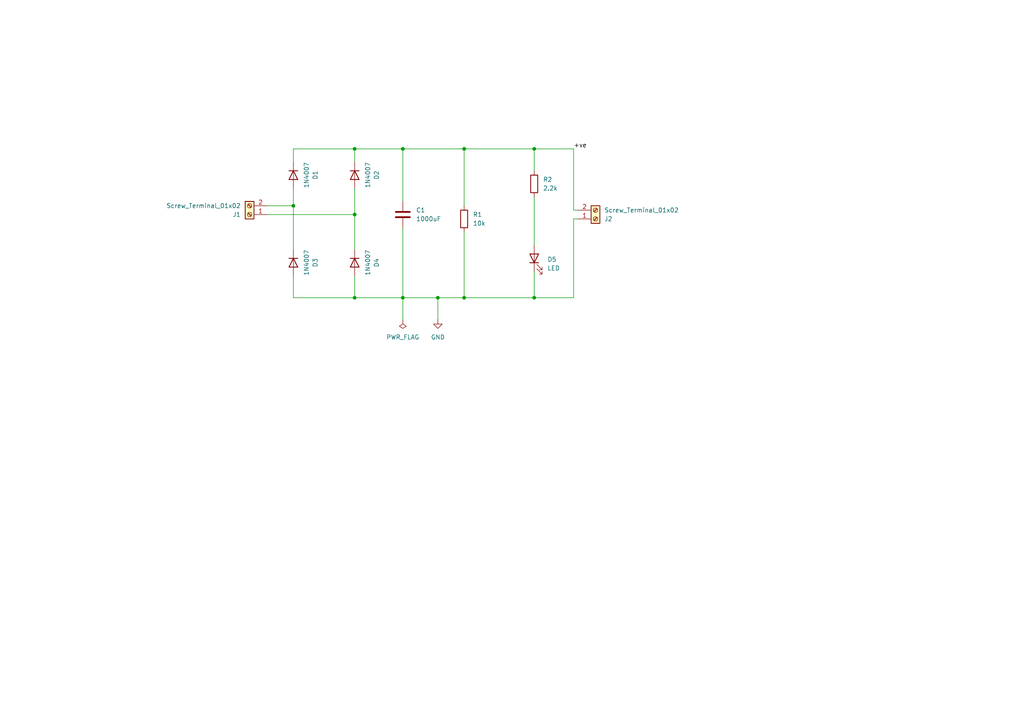
<source format=kicad_sch>
(kicad_sch
	(version 20250114)
	(generator "eeschema")
	(generator_version "9.0")
	(uuid "bd742729-1d83-4000-948a-07aeaefab8fc")
	(paper "A4")
	(title_block
		(title "AC to DC Converter")
		(date "2026-02-10")
	)
	(lib_symbols
		(symbol "Connector:Screw_Terminal_01x02"
			(pin_names
				(offset 1.016)
				(hide yes)
			)
			(exclude_from_sim no)
			(in_bom yes)
			(on_board yes)
			(property "Reference" "J"
				(at 0 2.54 0)
				(effects
					(font
						(size 1.27 1.27)
					)
				)
			)
			(property "Value" "Screw_Terminal_01x02"
				(at 0 -5.08 0)
				(effects
					(font
						(size 1.27 1.27)
					)
				)
			)
			(property "Footprint" ""
				(at 0 0 0)
				(effects
					(font
						(size 1.27 1.27)
					)
					(hide yes)
				)
			)
			(property "Datasheet" "~"
				(at 0 0 0)
				(effects
					(font
						(size 1.27 1.27)
					)
					(hide yes)
				)
			)
			(property "Description" "Generic screw terminal, single row, 01x02, script generated (kicad-library-utils/schlib/autogen/connector/)"
				(at 0 0 0)
				(effects
					(font
						(size 1.27 1.27)
					)
					(hide yes)
				)
			)
			(property "ki_keywords" "screw terminal"
				(at 0 0 0)
				(effects
					(font
						(size 1.27 1.27)
					)
					(hide yes)
				)
			)
			(property "ki_fp_filters" "TerminalBlock*:*"
				(at 0 0 0)
				(effects
					(font
						(size 1.27 1.27)
					)
					(hide yes)
				)
			)
			(symbol "Screw_Terminal_01x02_1_1"
				(rectangle
					(start -1.27 1.27)
					(end 1.27 -3.81)
					(stroke
						(width 0.254)
						(type default)
					)
					(fill
						(type background)
					)
				)
				(polyline
					(pts
						(xy -0.5334 0.3302) (xy 0.3302 -0.508)
					)
					(stroke
						(width 0.1524)
						(type default)
					)
					(fill
						(type none)
					)
				)
				(polyline
					(pts
						(xy -0.5334 -2.2098) (xy 0.3302 -3.048)
					)
					(stroke
						(width 0.1524)
						(type default)
					)
					(fill
						(type none)
					)
				)
				(polyline
					(pts
						(xy -0.3556 0.508) (xy 0.508 -0.3302)
					)
					(stroke
						(width 0.1524)
						(type default)
					)
					(fill
						(type none)
					)
				)
				(polyline
					(pts
						(xy -0.3556 -2.032) (xy 0.508 -2.8702)
					)
					(stroke
						(width 0.1524)
						(type default)
					)
					(fill
						(type none)
					)
				)
				(circle
					(center 0 0)
					(radius 0.635)
					(stroke
						(width 0.1524)
						(type default)
					)
					(fill
						(type none)
					)
				)
				(circle
					(center 0 -2.54)
					(radius 0.635)
					(stroke
						(width 0.1524)
						(type default)
					)
					(fill
						(type none)
					)
				)
				(pin passive line
					(at -5.08 0 0)
					(length 3.81)
					(name "Pin_1"
						(effects
							(font
								(size 1.27 1.27)
							)
						)
					)
					(number "1"
						(effects
							(font
								(size 1.27 1.27)
							)
						)
					)
				)
				(pin passive line
					(at -5.08 -2.54 0)
					(length 3.81)
					(name "Pin_2"
						(effects
							(font
								(size 1.27 1.27)
							)
						)
					)
					(number "2"
						(effects
							(font
								(size 1.27 1.27)
							)
						)
					)
				)
			)
			(embedded_fonts no)
		)
		(symbol "Device:C"
			(pin_numbers
				(hide yes)
			)
			(pin_names
				(offset 0.254)
			)
			(exclude_from_sim no)
			(in_bom yes)
			(on_board yes)
			(property "Reference" "C"
				(at 0.635 2.54 0)
				(effects
					(font
						(size 1.27 1.27)
					)
					(justify left)
				)
			)
			(property "Value" "C"
				(at 0.635 -2.54 0)
				(effects
					(font
						(size 1.27 1.27)
					)
					(justify left)
				)
			)
			(property "Footprint" ""
				(at 0.9652 -3.81 0)
				(effects
					(font
						(size 1.27 1.27)
					)
					(hide yes)
				)
			)
			(property "Datasheet" "~"
				(at 0 0 0)
				(effects
					(font
						(size 1.27 1.27)
					)
					(hide yes)
				)
			)
			(property "Description" "Unpolarized capacitor"
				(at 0 0 0)
				(effects
					(font
						(size 1.27 1.27)
					)
					(hide yes)
				)
			)
			(property "ki_keywords" "cap capacitor"
				(at 0 0 0)
				(effects
					(font
						(size 1.27 1.27)
					)
					(hide yes)
				)
			)
			(property "ki_fp_filters" "C_*"
				(at 0 0 0)
				(effects
					(font
						(size 1.27 1.27)
					)
					(hide yes)
				)
			)
			(symbol "C_0_1"
				(polyline
					(pts
						(xy -2.032 0.762) (xy 2.032 0.762)
					)
					(stroke
						(width 0.508)
						(type default)
					)
					(fill
						(type none)
					)
				)
				(polyline
					(pts
						(xy -2.032 -0.762) (xy 2.032 -0.762)
					)
					(stroke
						(width 0.508)
						(type default)
					)
					(fill
						(type none)
					)
				)
			)
			(symbol "C_1_1"
				(pin passive line
					(at 0 3.81 270)
					(length 2.794)
					(name "~"
						(effects
							(font
								(size 1.27 1.27)
							)
						)
					)
					(number "1"
						(effects
							(font
								(size 1.27 1.27)
							)
						)
					)
				)
				(pin passive line
					(at 0 -3.81 90)
					(length 2.794)
					(name "~"
						(effects
							(font
								(size 1.27 1.27)
							)
						)
					)
					(number "2"
						(effects
							(font
								(size 1.27 1.27)
							)
						)
					)
				)
			)
			(embedded_fonts no)
		)
		(symbol "Device:LED"
			(pin_numbers
				(hide yes)
			)
			(pin_names
				(offset 1.016)
				(hide yes)
			)
			(exclude_from_sim no)
			(in_bom yes)
			(on_board yes)
			(property "Reference" "D"
				(at 0 2.54 0)
				(effects
					(font
						(size 1.27 1.27)
					)
				)
			)
			(property "Value" "LED"
				(at 0 -2.54 0)
				(effects
					(font
						(size 1.27 1.27)
					)
				)
			)
			(property "Footprint" ""
				(at 0 0 0)
				(effects
					(font
						(size 1.27 1.27)
					)
					(hide yes)
				)
			)
			(property "Datasheet" "~"
				(at 0 0 0)
				(effects
					(font
						(size 1.27 1.27)
					)
					(hide yes)
				)
			)
			(property "Description" "Light emitting diode"
				(at 0 0 0)
				(effects
					(font
						(size 1.27 1.27)
					)
					(hide yes)
				)
			)
			(property "Sim.Pins" "1=K 2=A"
				(at 0 0 0)
				(effects
					(font
						(size 1.27 1.27)
					)
					(hide yes)
				)
			)
			(property "ki_keywords" "LED diode"
				(at 0 0 0)
				(effects
					(font
						(size 1.27 1.27)
					)
					(hide yes)
				)
			)
			(property "ki_fp_filters" "LED* LED_SMD:* LED_THT:*"
				(at 0 0 0)
				(effects
					(font
						(size 1.27 1.27)
					)
					(hide yes)
				)
			)
			(symbol "LED_0_1"
				(polyline
					(pts
						(xy -3.048 -0.762) (xy -4.572 -2.286) (xy -3.81 -2.286) (xy -4.572 -2.286) (xy -4.572 -1.524)
					)
					(stroke
						(width 0)
						(type default)
					)
					(fill
						(type none)
					)
				)
				(polyline
					(pts
						(xy -1.778 -0.762) (xy -3.302 -2.286) (xy -2.54 -2.286) (xy -3.302 -2.286) (xy -3.302 -1.524)
					)
					(stroke
						(width 0)
						(type default)
					)
					(fill
						(type none)
					)
				)
				(polyline
					(pts
						(xy -1.27 0) (xy 1.27 0)
					)
					(stroke
						(width 0)
						(type default)
					)
					(fill
						(type none)
					)
				)
				(polyline
					(pts
						(xy -1.27 -1.27) (xy -1.27 1.27)
					)
					(stroke
						(width 0.254)
						(type default)
					)
					(fill
						(type none)
					)
				)
				(polyline
					(pts
						(xy 1.27 -1.27) (xy 1.27 1.27) (xy -1.27 0) (xy 1.27 -1.27)
					)
					(stroke
						(width 0.254)
						(type default)
					)
					(fill
						(type none)
					)
				)
			)
			(symbol "LED_1_1"
				(pin passive line
					(at -3.81 0 0)
					(length 2.54)
					(name "K"
						(effects
							(font
								(size 1.27 1.27)
							)
						)
					)
					(number "1"
						(effects
							(font
								(size 1.27 1.27)
							)
						)
					)
				)
				(pin passive line
					(at 3.81 0 180)
					(length 2.54)
					(name "A"
						(effects
							(font
								(size 1.27 1.27)
							)
						)
					)
					(number "2"
						(effects
							(font
								(size 1.27 1.27)
							)
						)
					)
				)
			)
			(embedded_fonts no)
		)
		(symbol "Device:R"
			(pin_numbers
				(hide yes)
			)
			(pin_names
				(offset 0)
			)
			(exclude_from_sim no)
			(in_bom yes)
			(on_board yes)
			(property "Reference" "R"
				(at 2.032 0 90)
				(effects
					(font
						(size 1.27 1.27)
					)
				)
			)
			(property "Value" "R"
				(at 0 0 90)
				(effects
					(font
						(size 1.27 1.27)
					)
				)
			)
			(property "Footprint" ""
				(at -1.778 0 90)
				(effects
					(font
						(size 1.27 1.27)
					)
					(hide yes)
				)
			)
			(property "Datasheet" "~"
				(at 0 0 0)
				(effects
					(font
						(size 1.27 1.27)
					)
					(hide yes)
				)
			)
			(property "Description" "Resistor"
				(at 0 0 0)
				(effects
					(font
						(size 1.27 1.27)
					)
					(hide yes)
				)
			)
			(property "ki_keywords" "R res resistor"
				(at 0 0 0)
				(effects
					(font
						(size 1.27 1.27)
					)
					(hide yes)
				)
			)
			(property "ki_fp_filters" "R_*"
				(at 0 0 0)
				(effects
					(font
						(size 1.27 1.27)
					)
					(hide yes)
				)
			)
			(symbol "R_0_1"
				(rectangle
					(start -1.016 -2.54)
					(end 1.016 2.54)
					(stroke
						(width 0.254)
						(type default)
					)
					(fill
						(type none)
					)
				)
			)
			(symbol "R_1_1"
				(pin passive line
					(at 0 3.81 270)
					(length 1.27)
					(name "~"
						(effects
							(font
								(size 1.27 1.27)
							)
						)
					)
					(number "1"
						(effects
							(font
								(size 1.27 1.27)
							)
						)
					)
				)
				(pin passive line
					(at 0 -3.81 90)
					(length 1.27)
					(name "~"
						(effects
							(font
								(size 1.27 1.27)
							)
						)
					)
					(number "2"
						(effects
							(font
								(size 1.27 1.27)
							)
						)
					)
				)
			)
			(embedded_fonts no)
		)
		(symbol "Diode:1N4007"
			(pin_numbers
				(hide yes)
			)
			(pin_names
				(hide yes)
			)
			(exclude_from_sim no)
			(in_bom yes)
			(on_board yes)
			(property "Reference" "D"
				(at 0 2.54 0)
				(effects
					(font
						(size 1.27 1.27)
					)
				)
			)
			(property "Value" "1N4007"
				(at 0 -2.54 0)
				(effects
					(font
						(size 1.27 1.27)
					)
				)
			)
			(property "Footprint" "Diode_THT:D_DO-41_SOD81_P10.16mm_Horizontal"
				(at 0 -4.445 0)
				(effects
					(font
						(size 1.27 1.27)
					)
					(hide yes)
				)
			)
			(property "Datasheet" "http://www.vishay.com/docs/88503/1n4001.pdf"
				(at 0 0 0)
				(effects
					(font
						(size 1.27 1.27)
					)
					(hide yes)
				)
			)
			(property "Description" "1000V 1A General Purpose Rectifier Diode, DO-41"
				(at 0 0 0)
				(effects
					(font
						(size 1.27 1.27)
					)
					(hide yes)
				)
			)
			(property "Sim.Device" "D"
				(at 0 0 0)
				(effects
					(font
						(size 1.27 1.27)
					)
					(hide yes)
				)
			)
			(property "Sim.Pins" "1=K 2=A"
				(at 0 0 0)
				(effects
					(font
						(size 1.27 1.27)
					)
					(hide yes)
				)
			)
			(property "ki_keywords" "diode"
				(at 0 0 0)
				(effects
					(font
						(size 1.27 1.27)
					)
					(hide yes)
				)
			)
			(property "ki_fp_filters" "D*DO?41*"
				(at 0 0 0)
				(effects
					(font
						(size 1.27 1.27)
					)
					(hide yes)
				)
			)
			(symbol "1N4007_0_1"
				(polyline
					(pts
						(xy -1.27 1.27) (xy -1.27 -1.27)
					)
					(stroke
						(width 0.254)
						(type default)
					)
					(fill
						(type none)
					)
				)
				(polyline
					(pts
						(xy 1.27 1.27) (xy 1.27 -1.27) (xy -1.27 0) (xy 1.27 1.27)
					)
					(stroke
						(width 0.254)
						(type default)
					)
					(fill
						(type none)
					)
				)
				(polyline
					(pts
						(xy 1.27 0) (xy -1.27 0)
					)
					(stroke
						(width 0)
						(type default)
					)
					(fill
						(type none)
					)
				)
			)
			(symbol "1N4007_1_1"
				(pin passive line
					(at -3.81 0 0)
					(length 2.54)
					(name "K"
						(effects
							(font
								(size 1.27 1.27)
							)
						)
					)
					(number "1"
						(effects
							(font
								(size 1.27 1.27)
							)
						)
					)
				)
				(pin passive line
					(at 3.81 0 180)
					(length 2.54)
					(name "A"
						(effects
							(font
								(size 1.27 1.27)
							)
						)
					)
					(number "2"
						(effects
							(font
								(size 1.27 1.27)
							)
						)
					)
				)
			)
			(embedded_fonts no)
		)
		(symbol "power:GND"
			(power)
			(pin_numbers
				(hide yes)
			)
			(pin_names
				(offset 0)
				(hide yes)
			)
			(exclude_from_sim no)
			(in_bom yes)
			(on_board yes)
			(property "Reference" "#PWR"
				(at 0 -6.35 0)
				(effects
					(font
						(size 1.27 1.27)
					)
					(hide yes)
				)
			)
			(property "Value" "GND"
				(at 0 -3.81 0)
				(effects
					(font
						(size 1.27 1.27)
					)
				)
			)
			(property "Footprint" ""
				(at 0 0 0)
				(effects
					(font
						(size 1.27 1.27)
					)
					(hide yes)
				)
			)
			(property "Datasheet" ""
				(at 0 0 0)
				(effects
					(font
						(size 1.27 1.27)
					)
					(hide yes)
				)
			)
			(property "Description" "Power symbol creates a global label with name \"GND\" , ground"
				(at 0 0 0)
				(effects
					(font
						(size 1.27 1.27)
					)
					(hide yes)
				)
			)
			(property "ki_keywords" "global power"
				(at 0 0 0)
				(effects
					(font
						(size 1.27 1.27)
					)
					(hide yes)
				)
			)
			(symbol "GND_0_1"
				(polyline
					(pts
						(xy 0 0) (xy 0 -1.27) (xy 1.27 -1.27) (xy 0 -2.54) (xy -1.27 -1.27) (xy 0 -1.27)
					)
					(stroke
						(width 0)
						(type default)
					)
					(fill
						(type none)
					)
				)
			)
			(symbol "GND_1_1"
				(pin power_in line
					(at 0 0 270)
					(length 0)
					(name "~"
						(effects
							(font
								(size 1.27 1.27)
							)
						)
					)
					(number "1"
						(effects
							(font
								(size 1.27 1.27)
							)
						)
					)
				)
			)
			(embedded_fonts no)
		)
		(symbol "power:PWR_FLAG"
			(power)
			(pin_numbers
				(hide yes)
			)
			(pin_names
				(offset 0)
				(hide yes)
			)
			(exclude_from_sim no)
			(in_bom yes)
			(on_board yes)
			(property "Reference" "#FLG"
				(at 0 1.905 0)
				(effects
					(font
						(size 1.27 1.27)
					)
					(hide yes)
				)
			)
			(property "Value" "PWR_FLAG"
				(at 0 3.81 0)
				(effects
					(font
						(size 1.27 1.27)
					)
				)
			)
			(property "Footprint" ""
				(at 0 0 0)
				(effects
					(font
						(size 1.27 1.27)
					)
					(hide yes)
				)
			)
			(property "Datasheet" "~"
				(at 0 0 0)
				(effects
					(font
						(size 1.27 1.27)
					)
					(hide yes)
				)
			)
			(property "Description" "Special symbol for telling ERC where power comes from"
				(at 0 0 0)
				(effects
					(font
						(size 1.27 1.27)
					)
					(hide yes)
				)
			)
			(property "ki_keywords" "flag power"
				(at 0 0 0)
				(effects
					(font
						(size 1.27 1.27)
					)
					(hide yes)
				)
			)
			(symbol "PWR_FLAG_0_0"
				(pin power_out line
					(at 0 0 90)
					(length 0)
					(name "~"
						(effects
							(font
								(size 1.27 1.27)
							)
						)
					)
					(number "1"
						(effects
							(font
								(size 1.27 1.27)
							)
						)
					)
				)
			)
			(symbol "PWR_FLAG_0_1"
				(polyline
					(pts
						(xy 0 0) (xy 0 1.27) (xy -1.016 1.905) (xy 0 2.54) (xy 1.016 1.905) (xy 0 1.27)
					)
					(stroke
						(width 0)
						(type default)
					)
					(fill
						(type none)
					)
				)
			)
			(embedded_fonts no)
		)
	)
	(junction
		(at 102.87 86.36)
		(diameter 0)
		(color 0 0 0 0)
		(uuid "059d3ea9-d624-4460-a4db-b52786a13200")
	)
	(junction
		(at 85.09 59.69)
		(diameter 0)
		(color 0 0 0 0)
		(uuid "0d487388-f043-4fdc-be27-39be32abf6a0")
	)
	(junction
		(at 134.62 86.36)
		(diameter 0)
		(color 0 0 0 0)
		(uuid "1e219191-2b8a-4c4c-a197-0c2e77aa115e")
	)
	(junction
		(at 154.94 43.18)
		(diameter 0)
		(color 0 0 0 0)
		(uuid "206c423b-8cb0-45e4-8849-d218bcc65f2f")
	)
	(junction
		(at 154.94 86.36)
		(diameter 0)
		(color 0 0 0 0)
		(uuid "5d2a89a4-5f89-4406-af1f-c151b6c3c558")
	)
	(junction
		(at 116.84 86.36)
		(diameter 0)
		(color 0 0 0 0)
		(uuid "6a14c16f-2c95-41ca-9d04-c778e60ba30d")
	)
	(junction
		(at 102.87 43.18)
		(diameter 0)
		(color 0 0 0 0)
		(uuid "6ac5a102-83cd-47b6-9a43-2401e8f082b9")
	)
	(junction
		(at 116.84 43.18)
		(diameter 0)
		(color 0 0 0 0)
		(uuid "911507ae-39d3-418f-ac66-61416e45f41d")
	)
	(junction
		(at 127 86.36)
		(diameter 0)
		(color 0 0 0 0)
		(uuid "ad33072c-33e9-4ab4-b08c-5930b1bfadea")
	)
	(junction
		(at 134.62 43.18)
		(diameter 0)
		(color 0 0 0 0)
		(uuid "d9e94d7f-d582-497f-b187-23abf36f6643")
	)
	(junction
		(at 102.87 62.23)
		(diameter 0)
		(color 0 0 0 0)
		(uuid "fb86da03-f107-4be9-b4f4-ce73437f64d6")
	)
	(wire
		(pts
			(xy 134.62 86.36) (xy 154.94 86.36)
		)
		(stroke
			(width 0)
			(type default)
		)
		(uuid "0091d2a9-a2e2-40a8-aec1-ac56d26a6bb6")
	)
	(wire
		(pts
			(xy 116.84 86.36) (xy 127 86.36)
		)
		(stroke
			(width 0)
			(type default)
		)
		(uuid "04f7c5db-f718-42a9-9747-5a8043fdab02")
	)
	(wire
		(pts
			(xy 166.37 43.18) (xy 166.37 60.96)
		)
		(stroke
			(width 0)
			(type default)
		)
		(uuid "06b5d4cf-5612-4694-b8a8-6c6ca7514ef2")
	)
	(wire
		(pts
			(xy 127 86.36) (xy 127 92.71)
		)
		(stroke
			(width 0)
			(type default)
		)
		(uuid "0b664a87-27a7-40f6-a3e7-5897888f2692")
	)
	(wire
		(pts
			(xy 116.84 43.18) (xy 116.84 58.42)
		)
		(stroke
			(width 0)
			(type default)
		)
		(uuid "0c9e982b-dbfc-4289-90a4-b6601a6c3589")
	)
	(wire
		(pts
			(xy 154.94 43.18) (xy 166.37 43.18)
		)
		(stroke
			(width 0)
			(type default)
		)
		(uuid "2b8aedfa-9819-484e-9357-a0b9ab9abfc0")
	)
	(wire
		(pts
			(xy 102.87 43.18) (xy 102.87 46.99)
		)
		(stroke
			(width 0)
			(type default)
		)
		(uuid "6048cd4a-79d4-407c-ac7b-b37f7d25e0bc")
	)
	(wire
		(pts
			(xy 166.37 63.5) (xy 167.64 63.5)
		)
		(stroke
			(width 0)
			(type default)
		)
		(uuid "629428e5-02d8-4878-8055-880a125f3d07")
	)
	(wire
		(pts
			(xy 154.94 57.15) (xy 154.94 71.12)
		)
		(stroke
			(width 0)
			(type default)
		)
		(uuid "6bc33659-c9b6-41e5-9440-7e7f328d93c7")
	)
	(wire
		(pts
			(xy 166.37 60.96) (xy 167.64 60.96)
		)
		(stroke
			(width 0)
			(type default)
		)
		(uuid "6c71756c-4616-4566-aaec-1a8b6ce43c66")
	)
	(wire
		(pts
			(xy 85.09 59.69) (xy 85.09 72.39)
		)
		(stroke
			(width 0)
			(type default)
		)
		(uuid "6d24c61c-380d-4194-a95c-9f57da68994c")
	)
	(wire
		(pts
			(xy 85.09 54.61) (xy 85.09 59.69)
		)
		(stroke
			(width 0)
			(type default)
		)
		(uuid "6d49636e-4d04-4a2e-bd65-ad709321bc8a")
	)
	(wire
		(pts
			(xy 85.09 46.99) (xy 85.09 43.18)
		)
		(stroke
			(width 0)
			(type default)
		)
		(uuid "71e28b0d-57e8-4847-ad37-0fc6655627a9")
	)
	(wire
		(pts
			(xy 102.87 54.61) (xy 102.87 62.23)
		)
		(stroke
			(width 0)
			(type default)
		)
		(uuid "87627db1-bc7f-46d6-9833-af0b47aba26c")
	)
	(wire
		(pts
			(xy 102.87 43.18) (xy 116.84 43.18)
		)
		(stroke
			(width 0)
			(type default)
		)
		(uuid "879f7e3b-a131-4268-8169-a4b2c9cc8e17")
	)
	(wire
		(pts
			(xy 102.87 62.23) (xy 102.87 72.39)
		)
		(stroke
			(width 0)
			(type default)
		)
		(uuid "90952170-8955-4b69-888f-9ecf23d7a012")
	)
	(wire
		(pts
			(xy 134.62 67.31) (xy 134.62 86.36)
		)
		(stroke
			(width 0)
			(type default)
		)
		(uuid "9d0183c7-5863-4df7-acfa-3d71d9d1d39b")
	)
	(wire
		(pts
			(xy 116.84 86.36) (xy 116.84 92.71)
		)
		(stroke
			(width 0)
			(type default)
		)
		(uuid "a0cb6501-a1a5-4022-a088-a9bdd8c64f98")
	)
	(wire
		(pts
			(xy 134.62 43.18) (xy 154.94 43.18)
		)
		(stroke
			(width 0)
			(type default)
		)
		(uuid "a3df8200-e635-4f24-abb2-76c467e38cac")
	)
	(wire
		(pts
			(xy 134.62 43.18) (xy 134.62 59.69)
		)
		(stroke
			(width 0)
			(type default)
		)
		(uuid "a53cdcf6-d6fc-433c-af89-e91b50434470")
	)
	(wire
		(pts
			(xy 127 86.36) (xy 134.62 86.36)
		)
		(stroke
			(width 0)
			(type default)
		)
		(uuid "a6cac69b-b86e-4225-bf93-58fa193f151a")
	)
	(wire
		(pts
			(xy 77.47 62.23) (xy 102.87 62.23)
		)
		(stroke
			(width 0)
			(type default)
		)
		(uuid "a8ecee2b-3c27-4bf0-8caa-3ea2d89569a3")
	)
	(wire
		(pts
			(xy 154.94 78.74) (xy 154.94 86.36)
		)
		(stroke
			(width 0)
			(type default)
		)
		(uuid "b0aa879d-72d9-4765-ada0-b7c66fc1460f")
	)
	(wire
		(pts
			(xy 85.09 43.18) (xy 102.87 43.18)
		)
		(stroke
			(width 0)
			(type default)
		)
		(uuid "b464d60f-c799-424f-b16a-7f36c7bea441")
	)
	(wire
		(pts
			(xy 116.84 66.04) (xy 116.84 86.36)
		)
		(stroke
			(width 0)
			(type default)
		)
		(uuid "c8b7c97e-779c-4855-a131-8bc3d178b27b")
	)
	(wire
		(pts
			(xy 154.94 86.36) (xy 166.37 86.36)
		)
		(stroke
			(width 0)
			(type default)
		)
		(uuid "cad6be4f-09ba-40da-8a18-f4253d3c4c1f")
	)
	(wire
		(pts
			(xy 85.09 86.36) (xy 102.87 86.36)
		)
		(stroke
			(width 0)
			(type default)
		)
		(uuid "ceb3df6c-4231-4200-8a80-00be80451b00")
	)
	(wire
		(pts
			(xy 77.47 59.69) (xy 85.09 59.69)
		)
		(stroke
			(width 0)
			(type default)
		)
		(uuid "d554dd7f-7960-4763-88de-51dfb4636760")
	)
	(wire
		(pts
			(xy 102.87 80.01) (xy 102.87 86.36)
		)
		(stroke
			(width 0)
			(type default)
		)
		(uuid "dbceef3c-815b-45ab-b527-0bc62aaf1b50")
	)
	(wire
		(pts
			(xy 166.37 86.36) (xy 166.37 63.5)
		)
		(stroke
			(width 0)
			(type default)
		)
		(uuid "de230b91-74b2-4a19-85ab-1fb7b5e98b5f")
	)
	(wire
		(pts
			(xy 154.94 43.18) (xy 154.94 49.53)
		)
		(stroke
			(width 0)
			(type default)
		)
		(uuid "e9e24c26-8f7f-4880-a433-26065c78c7ac")
	)
	(wire
		(pts
			(xy 102.87 86.36) (xy 116.84 86.36)
		)
		(stroke
			(width 0)
			(type default)
		)
		(uuid "fb40322c-94f9-4bca-b9f7-7a6d2d45215c")
	)
	(wire
		(pts
			(xy 116.84 43.18) (xy 134.62 43.18)
		)
		(stroke
			(width 0)
			(type default)
		)
		(uuid "fe5b9a99-b4ac-4a15-90e2-7058809fc47d")
	)
	(wire
		(pts
			(xy 85.09 80.01) (xy 85.09 86.36)
		)
		(stroke
			(width 0)
			(type default)
		)
		(uuid "ffb32a58-d81f-42dd-b214-f147c7c22765")
	)
	(label "+ve"
		(at 166.37 43.18 0)
		(effects
			(font
				(size 1.27 1.27)
			)
			(justify left bottom)
		)
		(uuid "703ffb19-6cf2-41b5-942d-2526f059cb99")
	)
	(symbol
		(lib_id "Connector:Screw_Terminal_01x02")
		(at 172.72 63.5 0)
		(mirror x)
		(unit 1)
		(exclude_from_sim no)
		(in_bom yes)
		(on_board yes)
		(dnp no)
		(uuid "0c9c9852-8ece-43a5-aa12-b4d853ad8248")
		(property "Reference" "J2"
			(at 175.26 63.5001 0)
			(effects
				(font
					(size 1.27 1.27)
				)
				(justify left)
			)
		)
		(property "Value" "Screw_Terminal_01x02"
			(at 175.26 60.9601 0)
			(effects
				(font
					(size 1.27 1.27)
				)
				(justify left)
			)
		)
		(property "Footprint" "TerminalBlock:TerminalBlock_MaiXu_MX126-5.0-02P_1x02_P5.00mm"
			(at 172.72 63.5 0)
			(effects
				(font
					(size 1.27 1.27)
				)
				(hide yes)
			)
		)
		(property "Datasheet" "~"
			(at 172.72 63.5 0)
			(effects
				(font
					(size 1.27 1.27)
				)
				(hide yes)
			)
		)
		(property "Description" "Generic screw terminal, single row, 01x02, script generated (kicad-library-utils/schlib/autogen/connector/)"
			(at 172.72 63.5 0)
			(effects
				(font
					(size 1.27 1.27)
				)
				(hide yes)
			)
		)
		(pin "2"
			(uuid "fcf1d285-3326-4cf2-a8c7-a2b7108fa1c5")
		)
		(pin "1"
			(uuid "3165500c-04a0-4cf2-ac0f-f990a9720037")
		)
		(instances
			(project "Ac_to_dc_converter"
				(path "/bd742729-1d83-4000-948a-07aeaefab8fc"
					(reference "J2")
					(unit 1)
				)
			)
		)
	)
	(symbol
		(lib_id "Diode:1N4007")
		(at 102.87 76.2 270)
		(unit 1)
		(exclude_from_sim no)
		(in_bom yes)
		(on_board yes)
		(dnp no)
		(fields_autoplaced yes)
		(uuid "1c4d7d6a-7a9b-4c50-ae0b-c9ecf16f92cd")
		(property "Reference" "D4"
			(at 109.22 76.2 0)
			(effects
				(font
					(size 1.27 1.27)
				)
			)
		)
		(property "Value" "1N4007"
			(at 106.68 76.2 0)
			(effects
				(font
					(size 1.27 1.27)
				)
			)
		)
		(property "Footprint" "Diode_THT:D_DO-41_SOD81_P10.16mm_Horizontal"
			(at 98.425 76.2 0)
			(effects
				(font
					(size 1.27 1.27)
				)
				(hide yes)
			)
		)
		(property "Datasheet" "http://www.vishay.com/docs/88503/1n4001.pdf"
			(at 102.87 76.2 0)
			(effects
				(font
					(size 1.27 1.27)
				)
				(hide yes)
			)
		)
		(property "Description" "1000V 1A General Purpose Rectifier Diode, DO-41"
			(at 102.87 76.2 0)
			(effects
				(font
					(size 1.27 1.27)
				)
				(hide yes)
			)
		)
		(property "Sim.Device" "D"
			(at 102.87 76.2 0)
			(effects
				(font
					(size 1.27 1.27)
				)
				(hide yes)
			)
		)
		(property "Sim.Pins" "1=K 2=A"
			(at 102.87 76.2 0)
			(effects
				(font
					(size 1.27 1.27)
				)
				(hide yes)
			)
		)
		(pin "2"
			(uuid "68be1943-342d-4e86-85a8-b9c5d600a5dc")
		)
		(pin "1"
			(uuid "aa2253cd-1cbc-4aa9-91e7-b8b4172e569a")
		)
		(instances
			(project "Ac_to_dc_converter"
				(path "/bd742729-1d83-4000-948a-07aeaefab8fc"
					(reference "D4")
					(unit 1)
				)
			)
		)
	)
	(symbol
		(lib_id "Device:C")
		(at 116.84 62.23 0)
		(unit 1)
		(exclude_from_sim no)
		(in_bom yes)
		(on_board yes)
		(dnp no)
		(fields_autoplaced yes)
		(uuid "4c4dadbc-dc73-413a-a509-1a4ad9932903")
		(property "Reference" "C1"
			(at 120.65 60.9599 0)
			(effects
				(font
					(size 1.27 1.27)
				)
				(justify left)
			)
		)
		(property "Value" "1000uF"
			(at 120.65 63.4999 0)
			(effects
				(font
					(size 1.27 1.27)
				)
				(justify left)
			)
		)
		(property "Footprint" "Capacitor_THT:CP_Radial_D4.0mm_P1.50mm"
			(at 117.8052 66.04 0)
			(effects
				(font
					(size 1.27 1.27)
				)
				(hide yes)
			)
		)
		(property "Datasheet" "~"
			(at 116.84 62.23 0)
			(effects
				(font
					(size 1.27 1.27)
				)
				(hide yes)
			)
		)
		(property "Description" "Unpolarized capacitor"
			(at 116.84 62.23 0)
			(effects
				(font
					(size 1.27 1.27)
				)
				(hide yes)
			)
		)
		(pin "1"
			(uuid "7fa9b976-610e-458e-96c3-47c173e09fca")
		)
		(pin "2"
			(uuid "973ae9de-7039-412f-bbe7-7d4f0f9e2d74")
		)
		(instances
			(project ""
				(path "/bd742729-1d83-4000-948a-07aeaefab8fc"
					(reference "C1")
					(unit 1)
				)
			)
		)
	)
	(symbol
		(lib_id "Diode:1N4007")
		(at 85.09 50.8 270)
		(unit 1)
		(exclude_from_sim no)
		(in_bom yes)
		(on_board yes)
		(dnp no)
		(fields_autoplaced yes)
		(uuid "5556c992-0340-438b-896f-08052ec2c44e")
		(property "Reference" "D1"
			(at 91.44 50.8 0)
			(effects
				(font
					(size 1.27 1.27)
				)
			)
		)
		(property "Value" "1N4007"
			(at 88.9 50.8 0)
			(effects
				(font
					(size 1.27 1.27)
				)
			)
		)
		(property "Footprint" "Diode_THT:D_DO-41_SOD81_P10.16mm_Horizontal"
			(at 80.645 50.8 0)
			(effects
				(font
					(size 1.27 1.27)
				)
				(hide yes)
			)
		)
		(property "Datasheet" "http://www.vishay.com/docs/88503/1n4001.pdf"
			(at 85.09 50.8 0)
			(effects
				(font
					(size 1.27 1.27)
				)
				(hide yes)
			)
		)
		(property "Description" "1000V 1A General Purpose Rectifier Diode, DO-41"
			(at 85.09 50.8 0)
			(effects
				(font
					(size 1.27 1.27)
				)
				(hide yes)
			)
		)
		(property "Sim.Device" "D"
			(at 85.09 50.8 0)
			(effects
				(font
					(size 1.27 1.27)
				)
				(hide yes)
			)
		)
		(property "Sim.Pins" "1=K 2=A"
			(at 85.09 50.8 0)
			(effects
				(font
					(size 1.27 1.27)
				)
				(hide yes)
			)
		)
		(pin "2"
			(uuid "f37391c8-6ed5-4f41-a30b-99304f786585")
		)
		(pin "1"
			(uuid "e5a9b06c-8462-4e36-a5cb-d8d671da651a")
		)
		(instances
			(project ""
				(path "/bd742729-1d83-4000-948a-07aeaefab8fc"
					(reference "D1")
					(unit 1)
				)
			)
		)
	)
	(symbol
		(lib_id "Connector:Screw_Terminal_01x02")
		(at 72.39 62.23 180)
		(unit 1)
		(exclude_from_sim no)
		(in_bom yes)
		(on_board yes)
		(dnp no)
		(uuid "5ad53f51-8ffe-40f9-bf1f-8fe794b0bd90")
		(property "Reference" "J1"
			(at 69.85 62.2301 0)
			(effects
				(font
					(size 1.27 1.27)
				)
				(justify left)
			)
		)
		(property "Value" "Screw_Terminal_01x02"
			(at 69.85 59.6901 0)
			(effects
				(font
					(size 1.27 1.27)
				)
				(justify left)
			)
		)
		(property "Footprint" "TerminalBlock:TerminalBlock_MaiXu_MX126-5.0-02P_1x02_P5.00mm"
			(at 72.39 62.23 0)
			(effects
				(font
					(size 1.27 1.27)
				)
				(hide yes)
			)
		)
		(property "Datasheet" "~"
			(at 72.39 62.23 0)
			(effects
				(font
					(size 1.27 1.27)
				)
				(hide yes)
			)
		)
		(property "Description" "Generic screw terminal, single row, 01x02, script generated (kicad-library-utils/schlib/autogen/connector/)"
			(at 72.39 62.23 0)
			(effects
				(font
					(size 1.27 1.27)
				)
				(hide yes)
			)
		)
		(pin "2"
			(uuid "188289f8-72b1-44b7-ae91-0209d696df64")
		)
		(pin "1"
			(uuid "30fd7c71-b3f8-4ecb-8fb8-4fddfa703c95")
		)
		(instances
			(project ""
				(path "/bd742729-1d83-4000-948a-07aeaefab8fc"
					(reference "J1")
					(unit 1)
				)
			)
		)
	)
	(symbol
		(lib_id "power:GND")
		(at 127 92.71 0)
		(unit 1)
		(exclude_from_sim no)
		(in_bom yes)
		(on_board yes)
		(dnp no)
		(fields_autoplaced yes)
		(uuid "5f7ecc3a-96d1-4679-8e27-84403acd9315")
		(property "Reference" "#PWR01"
			(at 127 99.06 0)
			(effects
				(font
					(size 1.27 1.27)
				)
				(hide yes)
			)
		)
		(property "Value" "GND"
			(at 127 97.79 0)
			(effects
				(font
					(size 1.27 1.27)
				)
			)
		)
		(property "Footprint" ""
			(at 127 92.71 0)
			(effects
				(font
					(size 1.27 1.27)
				)
				(hide yes)
			)
		)
		(property "Datasheet" ""
			(at 127 92.71 0)
			(effects
				(font
					(size 1.27 1.27)
				)
				(hide yes)
			)
		)
		(property "Description" "Power symbol creates a global label with name \"GND\" , ground"
			(at 127 92.71 0)
			(effects
				(font
					(size 1.27 1.27)
				)
				(hide yes)
			)
		)
		(pin "1"
			(uuid "4323da3d-10e2-4dea-aed9-08ab3c719ac4")
		)
		(instances
			(project ""
				(path "/bd742729-1d83-4000-948a-07aeaefab8fc"
					(reference "#PWR01")
					(unit 1)
				)
			)
		)
	)
	(symbol
		(lib_id "Diode:1N4007")
		(at 85.09 76.2 270)
		(unit 1)
		(exclude_from_sim no)
		(in_bom yes)
		(on_board yes)
		(dnp no)
		(fields_autoplaced yes)
		(uuid "5f9f8986-199d-4734-9df4-e987fc06ea97")
		(property "Reference" "D3"
			(at 91.44 76.2 0)
			(effects
				(font
					(size 1.27 1.27)
				)
			)
		)
		(property "Value" "1N4007"
			(at 88.9 76.2 0)
			(effects
				(font
					(size 1.27 1.27)
				)
			)
		)
		(property "Footprint" "Diode_THT:D_DO-41_SOD81_P10.16mm_Horizontal"
			(at 80.645 76.2 0)
			(effects
				(font
					(size 1.27 1.27)
				)
				(hide yes)
			)
		)
		(property "Datasheet" "http://www.vishay.com/docs/88503/1n4001.pdf"
			(at 85.09 76.2 0)
			(effects
				(font
					(size 1.27 1.27)
				)
				(hide yes)
			)
		)
		(property "Description" "1000V 1A General Purpose Rectifier Diode, DO-41"
			(at 85.09 76.2 0)
			(effects
				(font
					(size 1.27 1.27)
				)
				(hide yes)
			)
		)
		(property "Sim.Device" "D"
			(at 85.09 76.2 0)
			(effects
				(font
					(size 1.27 1.27)
				)
				(hide yes)
			)
		)
		(property "Sim.Pins" "1=K 2=A"
			(at 85.09 76.2 0)
			(effects
				(font
					(size 1.27 1.27)
				)
				(hide yes)
			)
		)
		(pin "2"
			(uuid "30990237-d234-46a8-af55-0fb84aa14cfc")
		)
		(pin "1"
			(uuid "0d300890-11f1-46d7-b6ab-0ec06b86ee22")
		)
		(instances
			(project "Ac_to_dc_converter"
				(path "/bd742729-1d83-4000-948a-07aeaefab8fc"
					(reference "D3")
					(unit 1)
				)
			)
		)
	)
	(symbol
		(lib_id "Device:R")
		(at 134.62 63.5 0)
		(unit 1)
		(exclude_from_sim no)
		(in_bom yes)
		(on_board yes)
		(dnp no)
		(fields_autoplaced yes)
		(uuid "ae6d7c7d-4055-42d9-88f8-f09ad7d080a2")
		(property "Reference" "R1"
			(at 137.16 62.2299 0)
			(effects
				(font
					(size 1.27 1.27)
				)
				(justify left)
			)
		)
		(property "Value" "10k"
			(at 137.16 64.7699 0)
			(effects
				(font
					(size 1.27 1.27)
				)
				(justify left)
			)
		)
		(property "Footprint" "Resistor_THT:R_Axial_DIN0204_L3.6mm_D1.6mm_P5.08mm_Horizontal"
			(at 132.842 63.5 90)
			(effects
				(font
					(size 1.27 1.27)
				)
				(hide yes)
			)
		)
		(property "Datasheet" "~"
			(at 134.62 63.5 0)
			(effects
				(font
					(size 1.27 1.27)
				)
				(hide yes)
			)
		)
		(property "Description" "Resistor"
			(at 134.62 63.5 0)
			(effects
				(font
					(size 1.27 1.27)
				)
				(hide yes)
			)
		)
		(pin "1"
			(uuid "b6328680-a106-4d9e-9a28-aca47091a54d")
		)
		(pin "2"
			(uuid "b565837a-d061-4f76-adf2-5d5b86dda758")
		)
		(instances
			(project ""
				(path "/bd742729-1d83-4000-948a-07aeaefab8fc"
					(reference "R1")
					(unit 1)
				)
			)
		)
	)
	(symbol
		(lib_id "Diode:1N4007")
		(at 102.87 50.8 270)
		(unit 1)
		(exclude_from_sim no)
		(in_bom yes)
		(on_board yes)
		(dnp no)
		(fields_autoplaced yes)
		(uuid "b0912ed0-b712-433b-ac73-42144b30d434")
		(property "Reference" "D2"
			(at 109.22 50.8 0)
			(effects
				(font
					(size 1.27 1.27)
				)
			)
		)
		(property "Value" "1N4007"
			(at 106.68 50.8 0)
			(effects
				(font
					(size 1.27 1.27)
				)
			)
		)
		(property "Footprint" "Diode_THT:D_DO-41_SOD81_P10.16mm_Horizontal"
			(at 98.425 50.8 0)
			(effects
				(font
					(size 1.27 1.27)
				)
				(hide yes)
			)
		)
		(property "Datasheet" "http://www.vishay.com/docs/88503/1n4001.pdf"
			(at 102.87 50.8 0)
			(effects
				(font
					(size 1.27 1.27)
				)
				(hide yes)
			)
		)
		(property "Description" "1000V 1A General Purpose Rectifier Diode, DO-41"
			(at 102.87 50.8 0)
			(effects
				(font
					(size 1.27 1.27)
				)
				(hide yes)
			)
		)
		(property "Sim.Device" "D"
			(at 102.87 50.8 0)
			(effects
				(font
					(size 1.27 1.27)
				)
				(hide yes)
			)
		)
		(property "Sim.Pins" "1=K 2=A"
			(at 102.87 50.8 0)
			(effects
				(font
					(size 1.27 1.27)
				)
				(hide yes)
			)
		)
		(pin "2"
			(uuid "df716bbe-6de2-469e-9545-5175c62291f2")
		)
		(pin "1"
			(uuid "2b538c01-7d97-4e65-9f3a-9185e311c0c5")
		)
		(instances
			(project "Ac_to_dc_converter"
				(path "/bd742729-1d83-4000-948a-07aeaefab8fc"
					(reference "D2")
					(unit 1)
				)
			)
		)
	)
	(symbol
		(lib_id "power:PWR_FLAG")
		(at 116.84 92.71 180)
		(unit 1)
		(exclude_from_sim no)
		(in_bom yes)
		(on_board yes)
		(dnp no)
		(fields_autoplaced yes)
		(uuid "b99bee10-dc36-4a5c-9553-ff7161406664")
		(property "Reference" "#FLG01"
			(at 116.84 94.615 0)
			(effects
				(font
					(size 1.27 1.27)
				)
				(hide yes)
			)
		)
		(property "Value" "PWR_FLAG"
			(at 116.84 97.79 0)
			(effects
				(font
					(size 1.27 1.27)
				)
			)
		)
		(property "Footprint" ""
			(at 116.84 92.71 0)
			(effects
				(font
					(size 1.27 1.27)
				)
				(hide yes)
			)
		)
		(property "Datasheet" "~"
			(at 116.84 92.71 0)
			(effects
				(font
					(size 1.27 1.27)
				)
				(hide yes)
			)
		)
		(property "Description" "Special symbol for telling ERC where power comes from"
			(at 116.84 92.71 0)
			(effects
				(font
					(size 1.27 1.27)
				)
				(hide yes)
			)
		)
		(pin "1"
			(uuid "c112b36b-f0da-456e-b73f-2d8e1b7aaad2")
		)
		(instances
			(project ""
				(path "/bd742729-1d83-4000-948a-07aeaefab8fc"
					(reference "#FLG01")
					(unit 1)
				)
			)
		)
	)
	(symbol
		(lib_id "Device:LED")
		(at 154.94 74.93 90)
		(unit 1)
		(exclude_from_sim no)
		(in_bom yes)
		(on_board yes)
		(dnp no)
		(fields_autoplaced yes)
		(uuid "cc25712b-2f08-4f61-8644-ec1023bf46d0")
		(property "Reference" "D5"
			(at 158.75 75.2474 90)
			(effects
				(font
					(size 1.27 1.27)
				)
				(justify right)
			)
		)
		(property "Value" "LED"
			(at 158.75 77.7874 90)
			(effects
				(font
					(size 1.27 1.27)
				)
				(justify right)
			)
		)
		(property "Footprint" "LED_THT:LED_D5.0mm"
			(at 154.94 74.93 0)
			(effects
				(font
					(size 1.27 1.27)
				)
				(hide yes)
			)
		)
		(property "Datasheet" "~"
			(at 154.94 74.93 0)
			(effects
				(font
					(size 1.27 1.27)
				)
				(hide yes)
			)
		)
		(property "Description" "Light emitting diode"
			(at 154.94 74.93 0)
			(effects
				(font
					(size 1.27 1.27)
				)
				(hide yes)
			)
		)
		(property "Sim.Pins" "1=K 2=A"
			(at 154.94 74.93 0)
			(effects
				(font
					(size 1.27 1.27)
				)
				(hide yes)
			)
		)
		(pin "2"
			(uuid "7c42c896-bff1-437a-b5e2-6ef5971fb291")
		)
		(pin "1"
			(uuid "c5d92223-6116-4f3a-836e-c6cfed0e091a")
		)
		(instances
			(project ""
				(path "/bd742729-1d83-4000-948a-07aeaefab8fc"
					(reference "D5")
					(unit 1)
				)
			)
		)
	)
	(symbol
		(lib_id "Device:R")
		(at 154.94 53.34 0)
		(unit 1)
		(exclude_from_sim no)
		(in_bom yes)
		(on_board yes)
		(dnp no)
		(fields_autoplaced yes)
		(uuid "f0561102-d1a1-425c-b372-219b899cf4a3")
		(property "Reference" "R2"
			(at 157.48 52.0699 0)
			(effects
				(font
					(size 1.27 1.27)
				)
				(justify left)
			)
		)
		(property "Value" "2.2k"
			(at 157.48 54.6099 0)
			(effects
				(font
					(size 1.27 1.27)
				)
				(justify left)
			)
		)
		(property "Footprint" "Resistor_THT:R_Axial_DIN0204_L3.6mm_D1.6mm_P5.08mm_Horizontal"
			(at 153.162 53.34 90)
			(effects
				(font
					(size 1.27 1.27)
				)
				(hide yes)
			)
		)
		(property "Datasheet" "~"
			(at 154.94 53.34 0)
			(effects
				(font
					(size 1.27 1.27)
				)
				(hide yes)
			)
		)
		(property "Description" "Resistor"
			(at 154.94 53.34 0)
			(effects
				(font
					(size 1.27 1.27)
				)
				(hide yes)
			)
		)
		(pin "1"
			(uuid "40e99881-2e59-4e83-a874-65a7029c0a5a")
		)
		(pin "2"
			(uuid "e47b7e47-a69a-4b81-a5bf-a93a399418de")
		)
		(instances
			(project "Ac_to_dc_converter"
				(path "/bd742729-1d83-4000-948a-07aeaefab8fc"
					(reference "R2")
					(unit 1)
				)
			)
		)
	)
	(sheet_instances
		(path "/"
			(page "1")
		)
	)
	(embedded_fonts no)
)

</source>
